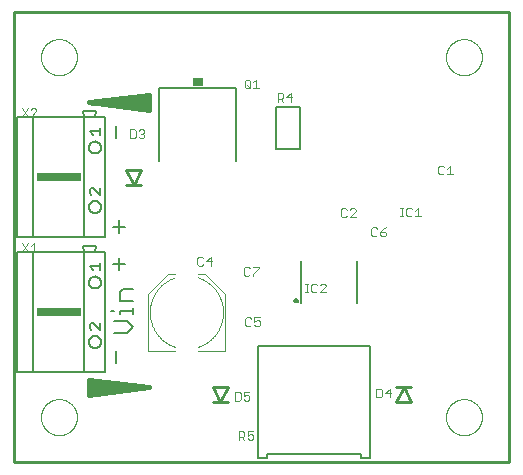
<source format=gto>
G75*
%MOIN*%
%OFA0B0*%
%FSLAX25Y25*%
%IPPOS*%
%LPD*%
%AMOC8*
5,1,8,0,0,1.08239X$1,22.5*
%
%ADD10C,0.01000*%
%ADD11C,0.00800*%
%ADD12C,0.01600*%
%ADD13C,0.00600*%
%ADD14C,0.00500*%
%ADD15R,0.15000X0.03000*%
%ADD16C,0.00400*%
%ADD17C,0.00300*%
%ADD18C,0.00984*%
%ADD19R,0.03400X0.03000*%
%ADD20C,0.00000*%
D10*
X0038933Y0017271D02*
X0038933Y0167232D01*
X0203884Y0167232D01*
X0203884Y0017271D01*
X0038933Y0017271D01*
D11*
X0072930Y0050171D02*
X0072930Y0054308D01*
X0072328Y0060171D02*
X0076465Y0060171D01*
X0078533Y0062240D01*
X0076465Y0064308D01*
X0072328Y0064308D01*
X0074396Y0066617D02*
X0074396Y0067651D01*
X0078533Y0067651D01*
X0078533Y0066617D02*
X0078533Y0068685D01*
X0078533Y0070914D02*
X0074396Y0070914D01*
X0074396Y0074016D01*
X0075430Y0075051D01*
X0078533Y0075051D01*
X0073902Y0081206D02*
X0073902Y0085342D01*
X0075970Y0083274D02*
X0071833Y0083274D01*
X0073902Y0093706D02*
X0073902Y0097842D01*
X0075970Y0095774D02*
X0071833Y0095774D01*
X0087283Y0117565D02*
X0087281Y0141952D01*
X0113085Y0141952D01*
X0113083Y0117565D01*
X0072930Y0125171D02*
X0072930Y0129308D01*
X0132418Y0071071D02*
X0132420Y0071118D01*
X0132426Y0071165D01*
X0132436Y0071212D01*
X0132449Y0071257D01*
X0132467Y0071301D01*
X0132488Y0071343D01*
X0132512Y0071384D01*
X0132540Y0071422D01*
X0132571Y0071458D01*
X0132605Y0071491D01*
X0132641Y0071521D01*
X0132680Y0071548D01*
X0132721Y0071572D01*
X0132764Y0071592D01*
X0132808Y0071608D01*
X0132854Y0071621D01*
X0132900Y0071630D01*
X0132948Y0071635D01*
X0132995Y0071636D01*
X0133042Y0071633D01*
X0133089Y0071626D01*
X0133135Y0071615D01*
X0133180Y0071601D01*
X0133224Y0071582D01*
X0133265Y0071560D01*
X0133305Y0071535D01*
X0133343Y0071506D01*
X0133378Y0071475D01*
X0133411Y0071440D01*
X0133440Y0071403D01*
X0133466Y0071364D01*
X0133489Y0071322D01*
X0133508Y0071279D01*
X0133524Y0071234D01*
X0133536Y0071188D01*
X0133544Y0071142D01*
X0133548Y0071095D01*
X0133548Y0071047D01*
X0133544Y0071000D01*
X0133536Y0070954D01*
X0133524Y0070908D01*
X0133508Y0070863D01*
X0133489Y0070820D01*
X0133466Y0070778D01*
X0133440Y0070739D01*
X0133411Y0070702D01*
X0133378Y0070667D01*
X0133343Y0070636D01*
X0133305Y0070607D01*
X0133266Y0070582D01*
X0133224Y0070560D01*
X0133180Y0070541D01*
X0133135Y0070527D01*
X0133089Y0070516D01*
X0133042Y0070509D01*
X0132995Y0070506D01*
X0132948Y0070507D01*
X0132900Y0070512D01*
X0132854Y0070521D01*
X0132808Y0070534D01*
X0132764Y0070550D01*
X0132721Y0070570D01*
X0132680Y0070594D01*
X0132641Y0070621D01*
X0132605Y0070651D01*
X0132571Y0070684D01*
X0132540Y0070720D01*
X0132512Y0070758D01*
X0132488Y0070799D01*
X0132467Y0070841D01*
X0132449Y0070885D01*
X0132436Y0070930D01*
X0132426Y0070977D01*
X0132420Y0071024D01*
X0132418Y0071071D01*
X0120173Y0056031D02*
X0120173Y0018512D01*
X0123185Y0018512D01*
X0123185Y0020086D01*
X0154681Y0020086D01*
X0154681Y0018512D01*
X0157693Y0018512D01*
X0157693Y0056031D01*
X0120173Y0056031D01*
X0072328Y0067651D02*
X0071294Y0067651D01*
D12*
X0066536Y0044446D02*
X0063933Y0044446D01*
X0063933Y0044771D02*
X0083933Y0042271D01*
X0063933Y0039771D01*
X0063933Y0044771D01*
X0063933Y0042848D02*
X0079324Y0042848D01*
X0075754Y0041249D02*
X0063933Y0041249D01*
X0077614Y0135561D02*
X0083933Y0135561D01*
X0083933Y0134771D02*
X0063933Y0137271D01*
X0083933Y0139771D01*
X0083933Y0134771D01*
X0083933Y0137160D02*
X0064826Y0137160D01*
X0075828Y0138758D02*
X0083933Y0138758D01*
D13*
X0069433Y0132271D02*
X0065933Y0132271D01*
X0062433Y0132271D01*
X0045433Y0132271D01*
X0045433Y0092271D01*
X0039933Y0092271D01*
X0039933Y0132271D01*
X0045433Y0132271D01*
X0061933Y0134271D02*
X0062433Y0132271D01*
X0062433Y0092271D01*
X0045433Y0092271D01*
X0045433Y0087271D02*
X0039933Y0087271D01*
X0039933Y0047271D01*
X0045433Y0047271D01*
X0045433Y0087271D01*
X0062433Y0087271D01*
X0062433Y0047271D01*
X0045433Y0047271D01*
X0062433Y0047271D02*
X0069433Y0047271D01*
X0069433Y0087271D01*
X0065933Y0087271D01*
X0062433Y0087271D01*
X0061933Y0089271D01*
X0066433Y0089271D01*
X0065933Y0087271D01*
X0069433Y0092271D02*
X0062433Y0092271D01*
X0069433Y0092271D02*
X0069433Y0132271D01*
X0065933Y0132271D02*
X0066433Y0134271D01*
X0061933Y0134271D01*
X0063933Y0122171D02*
X0063935Y0122260D01*
X0063941Y0122349D01*
X0063951Y0122438D01*
X0063965Y0122526D01*
X0063982Y0122613D01*
X0064004Y0122699D01*
X0064030Y0122785D01*
X0064059Y0122869D01*
X0064092Y0122952D01*
X0064128Y0123033D01*
X0064169Y0123113D01*
X0064212Y0123190D01*
X0064259Y0123266D01*
X0064310Y0123339D01*
X0064363Y0123410D01*
X0064420Y0123479D01*
X0064480Y0123545D01*
X0064543Y0123609D01*
X0064608Y0123669D01*
X0064676Y0123727D01*
X0064747Y0123781D01*
X0064820Y0123832D01*
X0064895Y0123880D01*
X0064972Y0123925D01*
X0065051Y0123966D01*
X0065132Y0124003D01*
X0065214Y0124037D01*
X0065298Y0124068D01*
X0065383Y0124094D01*
X0065469Y0124117D01*
X0065556Y0124135D01*
X0065644Y0124150D01*
X0065733Y0124161D01*
X0065822Y0124168D01*
X0065911Y0124171D01*
X0066000Y0124170D01*
X0066089Y0124165D01*
X0066177Y0124156D01*
X0066266Y0124143D01*
X0066353Y0124126D01*
X0066440Y0124106D01*
X0066526Y0124081D01*
X0066610Y0124053D01*
X0066693Y0124021D01*
X0066775Y0123985D01*
X0066855Y0123946D01*
X0066933Y0123903D01*
X0067009Y0123857D01*
X0067083Y0123807D01*
X0067155Y0123754D01*
X0067224Y0123698D01*
X0067291Y0123639D01*
X0067355Y0123577D01*
X0067416Y0123513D01*
X0067475Y0123445D01*
X0067530Y0123375D01*
X0067582Y0123303D01*
X0067631Y0123228D01*
X0067676Y0123152D01*
X0067718Y0123073D01*
X0067756Y0122993D01*
X0067791Y0122911D01*
X0067822Y0122827D01*
X0067850Y0122742D01*
X0067873Y0122656D01*
X0067893Y0122569D01*
X0067909Y0122482D01*
X0067921Y0122393D01*
X0067929Y0122305D01*
X0067933Y0122216D01*
X0067933Y0122126D01*
X0067929Y0122037D01*
X0067921Y0121949D01*
X0067909Y0121860D01*
X0067893Y0121773D01*
X0067873Y0121686D01*
X0067850Y0121600D01*
X0067822Y0121515D01*
X0067791Y0121431D01*
X0067756Y0121349D01*
X0067718Y0121269D01*
X0067676Y0121190D01*
X0067631Y0121114D01*
X0067582Y0121039D01*
X0067530Y0120967D01*
X0067475Y0120897D01*
X0067416Y0120829D01*
X0067355Y0120765D01*
X0067291Y0120703D01*
X0067224Y0120644D01*
X0067155Y0120588D01*
X0067083Y0120535D01*
X0067009Y0120485D01*
X0066933Y0120439D01*
X0066855Y0120396D01*
X0066775Y0120357D01*
X0066693Y0120321D01*
X0066610Y0120289D01*
X0066526Y0120261D01*
X0066440Y0120236D01*
X0066353Y0120216D01*
X0066266Y0120199D01*
X0066177Y0120186D01*
X0066089Y0120177D01*
X0066000Y0120172D01*
X0065911Y0120171D01*
X0065822Y0120174D01*
X0065733Y0120181D01*
X0065644Y0120192D01*
X0065556Y0120207D01*
X0065469Y0120225D01*
X0065383Y0120248D01*
X0065298Y0120274D01*
X0065214Y0120305D01*
X0065132Y0120339D01*
X0065051Y0120376D01*
X0064972Y0120417D01*
X0064895Y0120462D01*
X0064820Y0120510D01*
X0064747Y0120561D01*
X0064676Y0120615D01*
X0064608Y0120673D01*
X0064543Y0120733D01*
X0064480Y0120797D01*
X0064420Y0120863D01*
X0064363Y0120932D01*
X0064310Y0121003D01*
X0064259Y0121076D01*
X0064212Y0121152D01*
X0064169Y0121229D01*
X0064128Y0121309D01*
X0064092Y0121390D01*
X0064059Y0121473D01*
X0064030Y0121557D01*
X0064004Y0121643D01*
X0063982Y0121729D01*
X0063965Y0121816D01*
X0063951Y0121904D01*
X0063941Y0121993D01*
X0063935Y0122082D01*
X0063933Y0122171D01*
X0063933Y0102371D02*
X0063935Y0102460D01*
X0063941Y0102549D01*
X0063951Y0102638D01*
X0063965Y0102726D01*
X0063982Y0102813D01*
X0064004Y0102899D01*
X0064030Y0102985D01*
X0064059Y0103069D01*
X0064092Y0103152D01*
X0064128Y0103233D01*
X0064169Y0103313D01*
X0064212Y0103390D01*
X0064259Y0103466D01*
X0064310Y0103539D01*
X0064363Y0103610D01*
X0064420Y0103679D01*
X0064480Y0103745D01*
X0064543Y0103809D01*
X0064608Y0103869D01*
X0064676Y0103927D01*
X0064747Y0103981D01*
X0064820Y0104032D01*
X0064895Y0104080D01*
X0064972Y0104125D01*
X0065051Y0104166D01*
X0065132Y0104203D01*
X0065214Y0104237D01*
X0065298Y0104268D01*
X0065383Y0104294D01*
X0065469Y0104317D01*
X0065556Y0104335D01*
X0065644Y0104350D01*
X0065733Y0104361D01*
X0065822Y0104368D01*
X0065911Y0104371D01*
X0066000Y0104370D01*
X0066089Y0104365D01*
X0066177Y0104356D01*
X0066266Y0104343D01*
X0066353Y0104326D01*
X0066440Y0104306D01*
X0066526Y0104281D01*
X0066610Y0104253D01*
X0066693Y0104221D01*
X0066775Y0104185D01*
X0066855Y0104146D01*
X0066933Y0104103D01*
X0067009Y0104057D01*
X0067083Y0104007D01*
X0067155Y0103954D01*
X0067224Y0103898D01*
X0067291Y0103839D01*
X0067355Y0103777D01*
X0067416Y0103713D01*
X0067475Y0103645D01*
X0067530Y0103575D01*
X0067582Y0103503D01*
X0067631Y0103428D01*
X0067676Y0103352D01*
X0067718Y0103273D01*
X0067756Y0103193D01*
X0067791Y0103111D01*
X0067822Y0103027D01*
X0067850Y0102942D01*
X0067873Y0102856D01*
X0067893Y0102769D01*
X0067909Y0102682D01*
X0067921Y0102593D01*
X0067929Y0102505D01*
X0067933Y0102416D01*
X0067933Y0102326D01*
X0067929Y0102237D01*
X0067921Y0102149D01*
X0067909Y0102060D01*
X0067893Y0101973D01*
X0067873Y0101886D01*
X0067850Y0101800D01*
X0067822Y0101715D01*
X0067791Y0101631D01*
X0067756Y0101549D01*
X0067718Y0101469D01*
X0067676Y0101390D01*
X0067631Y0101314D01*
X0067582Y0101239D01*
X0067530Y0101167D01*
X0067475Y0101097D01*
X0067416Y0101029D01*
X0067355Y0100965D01*
X0067291Y0100903D01*
X0067224Y0100844D01*
X0067155Y0100788D01*
X0067083Y0100735D01*
X0067009Y0100685D01*
X0066933Y0100639D01*
X0066855Y0100596D01*
X0066775Y0100557D01*
X0066693Y0100521D01*
X0066610Y0100489D01*
X0066526Y0100461D01*
X0066440Y0100436D01*
X0066353Y0100416D01*
X0066266Y0100399D01*
X0066177Y0100386D01*
X0066089Y0100377D01*
X0066000Y0100372D01*
X0065911Y0100371D01*
X0065822Y0100374D01*
X0065733Y0100381D01*
X0065644Y0100392D01*
X0065556Y0100407D01*
X0065469Y0100425D01*
X0065383Y0100448D01*
X0065298Y0100474D01*
X0065214Y0100505D01*
X0065132Y0100539D01*
X0065051Y0100576D01*
X0064972Y0100617D01*
X0064895Y0100662D01*
X0064820Y0100710D01*
X0064747Y0100761D01*
X0064676Y0100815D01*
X0064608Y0100873D01*
X0064543Y0100933D01*
X0064480Y0100997D01*
X0064420Y0101063D01*
X0064363Y0101132D01*
X0064310Y0101203D01*
X0064259Y0101276D01*
X0064212Y0101352D01*
X0064169Y0101429D01*
X0064128Y0101509D01*
X0064092Y0101590D01*
X0064059Y0101673D01*
X0064030Y0101757D01*
X0064004Y0101843D01*
X0063982Y0101929D01*
X0063965Y0102016D01*
X0063951Y0102104D01*
X0063941Y0102193D01*
X0063935Y0102282D01*
X0063933Y0102371D01*
X0063933Y0077171D02*
X0063935Y0077260D01*
X0063941Y0077349D01*
X0063951Y0077438D01*
X0063965Y0077526D01*
X0063982Y0077613D01*
X0064004Y0077699D01*
X0064030Y0077785D01*
X0064059Y0077869D01*
X0064092Y0077952D01*
X0064128Y0078033D01*
X0064169Y0078113D01*
X0064212Y0078190D01*
X0064259Y0078266D01*
X0064310Y0078339D01*
X0064363Y0078410D01*
X0064420Y0078479D01*
X0064480Y0078545D01*
X0064543Y0078609D01*
X0064608Y0078669D01*
X0064676Y0078727D01*
X0064747Y0078781D01*
X0064820Y0078832D01*
X0064895Y0078880D01*
X0064972Y0078925D01*
X0065051Y0078966D01*
X0065132Y0079003D01*
X0065214Y0079037D01*
X0065298Y0079068D01*
X0065383Y0079094D01*
X0065469Y0079117D01*
X0065556Y0079135D01*
X0065644Y0079150D01*
X0065733Y0079161D01*
X0065822Y0079168D01*
X0065911Y0079171D01*
X0066000Y0079170D01*
X0066089Y0079165D01*
X0066177Y0079156D01*
X0066266Y0079143D01*
X0066353Y0079126D01*
X0066440Y0079106D01*
X0066526Y0079081D01*
X0066610Y0079053D01*
X0066693Y0079021D01*
X0066775Y0078985D01*
X0066855Y0078946D01*
X0066933Y0078903D01*
X0067009Y0078857D01*
X0067083Y0078807D01*
X0067155Y0078754D01*
X0067224Y0078698D01*
X0067291Y0078639D01*
X0067355Y0078577D01*
X0067416Y0078513D01*
X0067475Y0078445D01*
X0067530Y0078375D01*
X0067582Y0078303D01*
X0067631Y0078228D01*
X0067676Y0078152D01*
X0067718Y0078073D01*
X0067756Y0077993D01*
X0067791Y0077911D01*
X0067822Y0077827D01*
X0067850Y0077742D01*
X0067873Y0077656D01*
X0067893Y0077569D01*
X0067909Y0077482D01*
X0067921Y0077393D01*
X0067929Y0077305D01*
X0067933Y0077216D01*
X0067933Y0077126D01*
X0067929Y0077037D01*
X0067921Y0076949D01*
X0067909Y0076860D01*
X0067893Y0076773D01*
X0067873Y0076686D01*
X0067850Y0076600D01*
X0067822Y0076515D01*
X0067791Y0076431D01*
X0067756Y0076349D01*
X0067718Y0076269D01*
X0067676Y0076190D01*
X0067631Y0076114D01*
X0067582Y0076039D01*
X0067530Y0075967D01*
X0067475Y0075897D01*
X0067416Y0075829D01*
X0067355Y0075765D01*
X0067291Y0075703D01*
X0067224Y0075644D01*
X0067155Y0075588D01*
X0067083Y0075535D01*
X0067009Y0075485D01*
X0066933Y0075439D01*
X0066855Y0075396D01*
X0066775Y0075357D01*
X0066693Y0075321D01*
X0066610Y0075289D01*
X0066526Y0075261D01*
X0066440Y0075236D01*
X0066353Y0075216D01*
X0066266Y0075199D01*
X0066177Y0075186D01*
X0066089Y0075177D01*
X0066000Y0075172D01*
X0065911Y0075171D01*
X0065822Y0075174D01*
X0065733Y0075181D01*
X0065644Y0075192D01*
X0065556Y0075207D01*
X0065469Y0075225D01*
X0065383Y0075248D01*
X0065298Y0075274D01*
X0065214Y0075305D01*
X0065132Y0075339D01*
X0065051Y0075376D01*
X0064972Y0075417D01*
X0064895Y0075462D01*
X0064820Y0075510D01*
X0064747Y0075561D01*
X0064676Y0075615D01*
X0064608Y0075673D01*
X0064543Y0075733D01*
X0064480Y0075797D01*
X0064420Y0075863D01*
X0064363Y0075932D01*
X0064310Y0076003D01*
X0064259Y0076076D01*
X0064212Y0076152D01*
X0064169Y0076229D01*
X0064128Y0076309D01*
X0064092Y0076390D01*
X0064059Y0076473D01*
X0064030Y0076557D01*
X0064004Y0076643D01*
X0063982Y0076729D01*
X0063965Y0076816D01*
X0063951Y0076904D01*
X0063941Y0076993D01*
X0063935Y0077082D01*
X0063933Y0077171D01*
X0063933Y0057371D02*
X0063935Y0057460D01*
X0063941Y0057549D01*
X0063951Y0057638D01*
X0063965Y0057726D01*
X0063982Y0057813D01*
X0064004Y0057899D01*
X0064030Y0057985D01*
X0064059Y0058069D01*
X0064092Y0058152D01*
X0064128Y0058233D01*
X0064169Y0058313D01*
X0064212Y0058390D01*
X0064259Y0058466D01*
X0064310Y0058539D01*
X0064363Y0058610D01*
X0064420Y0058679D01*
X0064480Y0058745D01*
X0064543Y0058809D01*
X0064608Y0058869D01*
X0064676Y0058927D01*
X0064747Y0058981D01*
X0064820Y0059032D01*
X0064895Y0059080D01*
X0064972Y0059125D01*
X0065051Y0059166D01*
X0065132Y0059203D01*
X0065214Y0059237D01*
X0065298Y0059268D01*
X0065383Y0059294D01*
X0065469Y0059317D01*
X0065556Y0059335D01*
X0065644Y0059350D01*
X0065733Y0059361D01*
X0065822Y0059368D01*
X0065911Y0059371D01*
X0066000Y0059370D01*
X0066089Y0059365D01*
X0066177Y0059356D01*
X0066266Y0059343D01*
X0066353Y0059326D01*
X0066440Y0059306D01*
X0066526Y0059281D01*
X0066610Y0059253D01*
X0066693Y0059221D01*
X0066775Y0059185D01*
X0066855Y0059146D01*
X0066933Y0059103D01*
X0067009Y0059057D01*
X0067083Y0059007D01*
X0067155Y0058954D01*
X0067224Y0058898D01*
X0067291Y0058839D01*
X0067355Y0058777D01*
X0067416Y0058713D01*
X0067475Y0058645D01*
X0067530Y0058575D01*
X0067582Y0058503D01*
X0067631Y0058428D01*
X0067676Y0058352D01*
X0067718Y0058273D01*
X0067756Y0058193D01*
X0067791Y0058111D01*
X0067822Y0058027D01*
X0067850Y0057942D01*
X0067873Y0057856D01*
X0067893Y0057769D01*
X0067909Y0057682D01*
X0067921Y0057593D01*
X0067929Y0057505D01*
X0067933Y0057416D01*
X0067933Y0057326D01*
X0067929Y0057237D01*
X0067921Y0057149D01*
X0067909Y0057060D01*
X0067893Y0056973D01*
X0067873Y0056886D01*
X0067850Y0056800D01*
X0067822Y0056715D01*
X0067791Y0056631D01*
X0067756Y0056549D01*
X0067718Y0056469D01*
X0067676Y0056390D01*
X0067631Y0056314D01*
X0067582Y0056239D01*
X0067530Y0056167D01*
X0067475Y0056097D01*
X0067416Y0056029D01*
X0067355Y0055965D01*
X0067291Y0055903D01*
X0067224Y0055844D01*
X0067155Y0055788D01*
X0067083Y0055735D01*
X0067009Y0055685D01*
X0066933Y0055639D01*
X0066855Y0055596D01*
X0066775Y0055557D01*
X0066693Y0055521D01*
X0066610Y0055489D01*
X0066526Y0055461D01*
X0066440Y0055436D01*
X0066353Y0055416D01*
X0066266Y0055399D01*
X0066177Y0055386D01*
X0066089Y0055377D01*
X0066000Y0055372D01*
X0065911Y0055371D01*
X0065822Y0055374D01*
X0065733Y0055381D01*
X0065644Y0055392D01*
X0065556Y0055407D01*
X0065469Y0055425D01*
X0065383Y0055448D01*
X0065298Y0055474D01*
X0065214Y0055505D01*
X0065132Y0055539D01*
X0065051Y0055576D01*
X0064972Y0055617D01*
X0064895Y0055662D01*
X0064820Y0055710D01*
X0064747Y0055761D01*
X0064676Y0055815D01*
X0064608Y0055873D01*
X0064543Y0055933D01*
X0064480Y0055997D01*
X0064420Y0056063D01*
X0064363Y0056132D01*
X0064310Y0056203D01*
X0064259Y0056276D01*
X0064212Y0056352D01*
X0064169Y0056429D01*
X0064128Y0056509D01*
X0064092Y0056590D01*
X0064059Y0056673D01*
X0064030Y0056757D01*
X0064004Y0056843D01*
X0063982Y0056929D01*
X0063965Y0057016D01*
X0063951Y0057104D01*
X0063941Y0057193D01*
X0063935Y0057282D01*
X0063933Y0057371D01*
X0134634Y0070173D02*
X0134634Y0084370D01*
X0153232Y0084370D02*
X0153232Y0070173D01*
D14*
X0134183Y0121521D02*
X0126183Y0121521D01*
X0126183Y0135521D01*
X0134183Y0135521D01*
X0134183Y0121521D01*
X0067583Y0126430D02*
X0067583Y0128699D01*
X0067583Y0127565D02*
X0064180Y0127565D01*
X0065314Y0126430D01*
X0065314Y0108699D02*
X0064747Y0108699D01*
X0064180Y0108132D01*
X0064180Y0106997D01*
X0064747Y0106430D01*
X0065314Y0108699D02*
X0067583Y0106430D01*
X0067583Y0108699D01*
X0067583Y0083699D02*
X0067583Y0081430D01*
X0067583Y0082565D02*
X0064180Y0082565D01*
X0065314Y0081430D01*
X0065314Y0063699D02*
X0064747Y0063699D01*
X0064180Y0063132D01*
X0064180Y0061997D01*
X0064747Y0061430D01*
X0065314Y0063699D02*
X0067583Y0061430D01*
X0067583Y0063699D01*
D15*
X0053933Y0067271D03*
X0053933Y0112271D03*
D16*
X0046448Y0132471D02*
X0044580Y0132471D01*
X0046448Y0134340D01*
X0046448Y0134807D01*
X0045981Y0135274D01*
X0045047Y0135274D01*
X0044580Y0134807D01*
X0043501Y0135274D02*
X0041633Y0132471D01*
X0043501Y0132471D02*
X0041633Y0135274D01*
X0041633Y0090274D02*
X0043501Y0087471D01*
X0044580Y0087471D02*
X0046448Y0087471D01*
X0045514Y0087471D02*
X0045514Y0090274D01*
X0044580Y0089340D01*
X0043501Y0090274D02*
X0041633Y0087471D01*
X0083638Y0073374D02*
X0083638Y0054476D01*
X0092693Y0054476D01*
X0100173Y0054476D02*
X0109228Y0054476D01*
X0109228Y0073374D01*
X0102535Y0080067D01*
X0100173Y0080067D01*
X0092693Y0080067D02*
X0090331Y0080067D01*
X0083638Y0073374D01*
X0100173Y0078886D02*
X0100456Y0078791D01*
X0100737Y0078689D01*
X0101014Y0078580D01*
X0101290Y0078465D01*
X0101562Y0078343D01*
X0101831Y0078214D01*
X0102097Y0078079D01*
X0102359Y0077937D01*
X0102618Y0077789D01*
X0102874Y0077635D01*
X0103125Y0077474D01*
X0103373Y0077307D01*
X0103616Y0077135D01*
X0103855Y0076956D01*
X0104090Y0076772D01*
X0104320Y0076582D01*
X0104545Y0076386D01*
X0104765Y0076185D01*
X0104981Y0075979D01*
X0105191Y0075767D01*
X0105396Y0075551D01*
X0105596Y0075329D01*
X0105790Y0075102D01*
X0105979Y0074871D01*
X0106162Y0074636D01*
X0106339Y0074396D01*
X0106510Y0074151D01*
X0106675Y0073903D01*
X0106834Y0073650D01*
X0106987Y0073394D01*
X0107134Y0073134D01*
X0107274Y0072871D01*
X0107408Y0072604D01*
X0107535Y0072334D01*
X0107655Y0072061D01*
X0107769Y0071786D01*
X0107876Y0071507D01*
X0107976Y0071226D01*
X0108069Y0070943D01*
X0108156Y0070657D01*
X0108235Y0070369D01*
X0108307Y0070080D01*
X0108372Y0069789D01*
X0108430Y0069496D01*
X0108481Y0069202D01*
X0108525Y0068907D01*
X0108561Y0068611D01*
X0108590Y0068314D01*
X0108612Y0068016D01*
X0108627Y0067718D01*
X0108634Y0067420D01*
X0108634Y0067122D01*
X0108627Y0066824D01*
X0108612Y0066526D01*
X0108590Y0066228D01*
X0108561Y0065931D01*
X0108525Y0065635D01*
X0108481Y0065340D01*
X0108430Y0065046D01*
X0108372Y0064753D01*
X0108307Y0064462D01*
X0108235Y0064173D01*
X0108156Y0063885D01*
X0108069Y0063599D01*
X0107976Y0063316D01*
X0107876Y0063035D01*
X0107769Y0062756D01*
X0107655Y0062481D01*
X0107535Y0062208D01*
X0107408Y0061938D01*
X0107274Y0061671D01*
X0107134Y0061408D01*
X0106987Y0061148D01*
X0106834Y0060892D01*
X0106675Y0060639D01*
X0106510Y0060391D01*
X0106339Y0060146D01*
X0106162Y0059906D01*
X0105979Y0059671D01*
X0105790Y0059440D01*
X0105596Y0059213D01*
X0105396Y0058991D01*
X0105191Y0058775D01*
X0104981Y0058563D01*
X0104765Y0058357D01*
X0104545Y0058156D01*
X0104320Y0057960D01*
X0104090Y0057770D01*
X0103855Y0057586D01*
X0103616Y0057407D01*
X0103373Y0057235D01*
X0103125Y0057068D01*
X0102874Y0056907D01*
X0102618Y0056753D01*
X0102359Y0056605D01*
X0102097Y0056463D01*
X0101831Y0056328D01*
X0101562Y0056199D01*
X0101290Y0056077D01*
X0101014Y0055962D01*
X0100737Y0055853D01*
X0100456Y0055751D01*
X0100173Y0055656D01*
X0092693Y0055656D02*
X0092410Y0055751D01*
X0092129Y0055853D01*
X0091852Y0055962D01*
X0091576Y0056077D01*
X0091304Y0056199D01*
X0091035Y0056328D01*
X0090769Y0056463D01*
X0090507Y0056605D01*
X0090248Y0056753D01*
X0089992Y0056907D01*
X0089741Y0057068D01*
X0089493Y0057235D01*
X0089250Y0057407D01*
X0089011Y0057586D01*
X0088776Y0057770D01*
X0088546Y0057960D01*
X0088321Y0058156D01*
X0088101Y0058357D01*
X0087885Y0058563D01*
X0087675Y0058775D01*
X0087470Y0058991D01*
X0087270Y0059213D01*
X0087076Y0059440D01*
X0086887Y0059671D01*
X0086704Y0059906D01*
X0086527Y0060146D01*
X0086356Y0060391D01*
X0086191Y0060639D01*
X0086032Y0060892D01*
X0085879Y0061148D01*
X0085732Y0061408D01*
X0085592Y0061671D01*
X0085458Y0061938D01*
X0085331Y0062208D01*
X0085211Y0062481D01*
X0085097Y0062756D01*
X0084990Y0063035D01*
X0084890Y0063316D01*
X0084797Y0063599D01*
X0084710Y0063885D01*
X0084631Y0064173D01*
X0084559Y0064462D01*
X0084494Y0064753D01*
X0084436Y0065046D01*
X0084385Y0065340D01*
X0084341Y0065635D01*
X0084305Y0065931D01*
X0084276Y0066228D01*
X0084254Y0066526D01*
X0084239Y0066824D01*
X0084232Y0067122D01*
X0084232Y0067420D01*
X0084239Y0067718D01*
X0084254Y0068016D01*
X0084276Y0068314D01*
X0084305Y0068611D01*
X0084341Y0068907D01*
X0084385Y0069202D01*
X0084436Y0069496D01*
X0084494Y0069789D01*
X0084559Y0070080D01*
X0084631Y0070369D01*
X0084710Y0070657D01*
X0084797Y0070943D01*
X0084890Y0071226D01*
X0084990Y0071507D01*
X0085097Y0071786D01*
X0085211Y0072061D01*
X0085331Y0072334D01*
X0085458Y0072604D01*
X0085592Y0072871D01*
X0085732Y0073134D01*
X0085879Y0073394D01*
X0086032Y0073650D01*
X0086191Y0073903D01*
X0086356Y0074151D01*
X0086527Y0074396D01*
X0086704Y0074636D01*
X0086887Y0074871D01*
X0087076Y0075102D01*
X0087270Y0075329D01*
X0087470Y0075551D01*
X0087675Y0075767D01*
X0087885Y0075979D01*
X0088101Y0076185D01*
X0088321Y0076386D01*
X0088546Y0076582D01*
X0088776Y0076772D01*
X0089011Y0076956D01*
X0089250Y0077135D01*
X0089493Y0077307D01*
X0089741Y0077474D01*
X0089992Y0077635D01*
X0090248Y0077789D01*
X0090507Y0077937D01*
X0090769Y0078079D01*
X0091035Y0078214D01*
X0091304Y0078343D01*
X0091576Y0078465D01*
X0091852Y0078580D01*
X0092129Y0078689D01*
X0092410Y0078791D01*
X0092693Y0078886D01*
X0113883Y0027524D02*
X0115284Y0027524D01*
X0115751Y0027057D01*
X0115751Y0026123D01*
X0115284Y0025655D01*
X0113883Y0025655D01*
X0113883Y0024721D02*
X0113883Y0027524D01*
X0114817Y0025655D02*
X0115751Y0024721D01*
X0116830Y0025188D02*
X0117297Y0024721D01*
X0118231Y0024721D01*
X0118698Y0025188D01*
X0118698Y0026123D01*
X0118231Y0026590D01*
X0117764Y0026590D01*
X0116830Y0026123D01*
X0116830Y0027524D01*
X0118698Y0027524D01*
X0118755Y0141971D02*
X0120623Y0141971D01*
X0119689Y0141971D02*
X0119689Y0144774D01*
X0118755Y0143840D01*
X0117677Y0144307D02*
X0117677Y0142438D01*
X0117209Y0141971D01*
X0116275Y0141971D01*
X0115808Y0142438D01*
X0115808Y0144307D01*
X0116275Y0144774D01*
X0117209Y0144774D01*
X0117677Y0144307D01*
X0116742Y0142905D02*
X0117677Y0141971D01*
D17*
X0126833Y0140324D02*
X0126833Y0137421D01*
X0126833Y0138389D02*
X0128284Y0138389D01*
X0128768Y0138873D01*
X0128768Y0139840D01*
X0128284Y0140324D01*
X0126833Y0140324D01*
X0127801Y0138389D02*
X0128768Y0137421D01*
X0129780Y0138873D02*
X0131715Y0138873D01*
X0131231Y0140324D02*
X0131231Y0137421D01*
X0129780Y0138873D02*
X0131231Y0140324D01*
X0148424Y0101874D02*
X0147940Y0101390D01*
X0147940Y0099455D01*
X0148424Y0098971D01*
X0149391Y0098971D01*
X0149875Y0099455D01*
X0150887Y0098971D02*
X0152822Y0100906D01*
X0152822Y0101390D01*
X0152338Y0101874D01*
X0151370Y0101874D01*
X0150887Y0101390D01*
X0149875Y0101390D02*
X0149391Y0101874D01*
X0148424Y0101874D01*
X0150887Y0098971D02*
X0152822Y0098971D01*
X0158083Y0095090D02*
X0158083Y0093155D01*
X0158567Y0092671D01*
X0159534Y0092671D01*
X0160018Y0093155D01*
X0161030Y0093155D02*
X0161030Y0094123D01*
X0162481Y0094123D01*
X0162965Y0093639D01*
X0162965Y0093155D01*
X0162481Y0092671D01*
X0161513Y0092671D01*
X0161030Y0093155D01*
X0161030Y0094123D02*
X0161997Y0095090D01*
X0162965Y0095574D01*
X0160018Y0095090D02*
X0159534Y0095574D01*
X0158567Y0095574D01*
X0158083Y0095090D01*
X0167726Y0099221D02*
X0168693Y0099221D01*
X0168209Y0099221D02*
X0168209Y0102124D01*
X0167726Y0102124D02*
X0168693Y0102124D01*
X0169690Y0101640D02*
X0169690Y0099705D01*
X0170174Y0099221D01*
X0171141Y0099221D01*
X0171625Y0099705D01*
X0172637Y0099221D02*
X0174572Y0099221D01*
X0173604Y0099221D02*
X0173604Y0102124D01*
X0172637Y0101156D01*
X0171625Y0101640D02*
X0171141Y0102124D01*
X0170174Y0102124D01*
X0169690Y0101640D01*
X0180817Y0113171D02*
X0181784Y0113171D01*
X0182268Y0113655D01*
X0183280Y0113171D02*
X0185215Y0113171D01*
X0184247Y0113171D02*
X0184247Y0116074D01*
X0183280Y0115106D01*
X0182268Y0115590D02*
X0181784Y0116074D01*
X0180817Y0116074D01*
X0180333Y0115590D01*
X0180333Y0113655D01*
X0180817Y0113171D01*
X0142929Y0076340D02*
X0142445Y0076824D01*
X0141478Y0076824D01*
X0140994Y0076340D01*
X0139982Y0076340D02*
X0139499Y0076824D01*
X0138531Y0076824D01*
X0138047Y0076340D01*
X0138047Y0074405D01*
X0138531Y0073921D01*
X0139499Y0073921D01*
X0139982Y0074405D01*
X0140994Y0073921D02*
X0142929Y0075856D01*
X0142929Y0076340D01*
X0142929Y0073921D02*
X0140994Y0073921D01*
X0137051Y0073921D02*
X0136083Y0073921D01*
X0136567Y0073921D02*
X0136567Y0076824D01*
X0136083Y0076824D02*
X0137051Y0076824D01*
X0120465Y0081840D02*
X0118530Y0079905D01*
X0118530Y0079421D01*
X0117518Y0079905D02*
X0117034Y0079421D01*
X0116067Y0079421D01*
X0115583Y0079905D01*
X0115583Y0081840D01*
X0116067Y0082324D01*
X0117034Y0082324D01*
X0117518Y0081840D01*
X0118530Y0082324D02*
X0120465Y0082324D01*
X0120465Y0081840D01*
X0104961Y0084236D02*
X0103026Y0084236D01*
X0104478Y0085687D01*
X0104478Y0082784D01*
X0102015Y0083268D02*
X0101531Y0082784D01*
X0100564Y0082784D01*
X0100080Y0083268D01*
X0100080Y0085203D01*
X0100564Y0085687D01*
X0101531Y0085687D01*
X0102015Y0085203D01*
X0116567Y0065574D02*
X0116083Y0065090D01*
X0116083Y0063155D01*
X0116567Y0062671D01*
X0117534Y0062671D01*
X0118018Y0063155D01*
X0119030Y0063155D02*
X0119513Y0062671D01*
X0120481Y0062671D01*
X0120965Y0063155D01*
X0120965Y0064123D01*
X0120481Y0064606D01*
X0119997Y0064606D01*
X0119030Y0064123D01*
X0119030Y0065574D01*
X0120965Y0065574D01*
X0118018Y0065090D02*
X0117534Y0065574D01*
X0116567Y0065574D01*
X0117402Y0040687D02*
X0115467Y0040687D01*
X0115467Y0039236D01*
X0116435Y0039719D01*
X0116918Y0039719D01*
X0117402Y0039236D01*
X0117402Y0038268D01*
X0116918Y0037784D01*
X0115951Y0037784D01*
X0115467Y0038268D01*
X0114456Y0038268D02*
X0114456Y0040203D01*
X0113972Y0040687D01*
X0112521Y0040687D01*
X0112521Y0037784D01*
X0113972Y0037784D01*
X0114456Y0038268D01*
X0159752Y0038858D02*
X0161204Y0038858D01*
X0161687Y0039342D01*
X0161687Y0041277D01*
X0161204Y0041761D01*
X0159752Y0041761D01*
X0159752Y0038858D01*
X0162699Y0040310D02*
X0164150Y0041761D01*
X0164150Y0038858D01*
X0164634Y0040310D02*
X0162699Y0040310D01*
X0081918Y0125284D02*
X0080951Y0125284D01*
X0080467Y0125768D01*
X0079456Y0125768D02*
X0079456Y0127703D01*
X0078972Y0128187D01*
X0077521Y0128187D01*
X0077521Y0125284D01*
X0078972Y0125284D01*
X0079456Y0125768D01*
X0080467Y0127703D02*
X0080951Y0128187D01*
X0081918Y0128187D01*
X0082402Y0127703D01*
X0082402Y0127219D01*
X0081918Y0126736D01*
X0082402Y0126252D01*
X0082402Y0125768D01*
X0081918Y0125284D01*
X0081918Y0126736D02*
X0081435Y0126736D01*
D18*
X0081433Y0114771D02*
X0076433Y0114771D01*
X0078933Y0109771D01*
X0081433Y0114771D01*
X0081433Y0109771D02*
X0078933Y0109771D01*
X0076433Y0109771D01*
X0105183Y0042271D02*
X0107683Y0037271D01*
X0110183Y0042271D01*
X0105183Y0042271D01*
X0105183Y0037271D02*
X0107683Y0037271D01*
X0110183Y0037271D01*
X0166433Y0037271D02*
X0171433Y0037271D01*
X0168933Y0042271D01*
X0166433Y0037271D01*
X0166433Y0042271D02*
X0168933Y0042271D01*
X0171433Y0042271D01*
D19*
X0100183Y0143852D03*
D20*
X0047933Y0152271D02*
X0047935Y0152425D01*
X0047941Y0152580D01*
X0047951Y0152734D01*
X0047965Y0152888D01*
X0047983Y0153041D01*
X0048004Y0153194D01*
X0048030Y0153347D01*
X0048060Y0153498D01*
X0048093Y0153649D01*
X0048131Y0153799D01*
X0048172Y0153948D01*
X0048217Y0154096D01*
X0048266Y0154242D01*
X0048319Y0154388D01*
X0048375Y0154531D01*
X0048435Y0154674D01*
X0048499Y0154814D01*
X0048566Y0154954D01*
X0048637Y0155091D01*
X0048711Y0155226D01*
X0048789Y0155360D01*
X0048870Y0155491D01*
X0048955Y0155620D01*
X0049043Y0155748D01*
X0049134Y0155872D01*
X0049228Y0155995D01*
X0049326Y0156115D01*
X0049426Y0156232D01*
X0049530Y0156347D01*
X0049636Y0156459D01*
X0049745Y0156568D01*
X0049857Y0156674D01*
X0049972Y0156778D01*
X0050089Y0156878D01*
X0050209Y0156976D01*
X0050332Y0157070D01*
X0050456Y0157161D01*
X0050584Y0157249D01*
X0050713Y0157334D01*
X0050844Y0157415D01*
X0050978Y0157493D01*
X0051113Y0157567D01*
X0051250Y0157638D01*
X0051390Y0157705D01*
X0051530Y0157769D01*
X0051673Y0157829D01*
X0051816Y0157885D01*
X0051962Y0157938D01*
X0052108Y0157987D01*
X0052256Y0158032D01*
X0052405Y0158073D01*
X0052555Y0158111D01*
X0052706Y0158144D01*
X0052857Y0158174D01*
X0053010Y0158200D01*
X0053163Y0158221D01*
X0053316Y0158239D01*
X0053470Y0158253D01*
X0053624Y0158263D01*
X0053779Y0158269D01*
X0053933Y0158271D01*
X0054087Y0158269D01*
X0054242Y0158263D01*
X0054396Y0158253D01*
X0054550Y0158239D01*
X0054703Y0158221D01*
X0054856Y0158200D01*
X0055009Y0158174D01*
X0055160Y0158144D01*
X0055311Y0158111D01*
X0055461Y0158073D01*
X0055610Y0158032D01*
X0055758Y0157987D01*
X0055904Y0157938D01*
X0056050Y0157885D01*
X0056193Y0157829D01*
X0056336Y0157769D01*
X0056476Y0157705D01*
X0056616Y0157638D01*
X0056753Y0157567D01*
X0056888Y0157493D01*
X0057022Y0157415D01*
X0057153Y0157334D01*
X0057282Y0157249D01*
X0057410Y0157161D01*
X0057534Y0157070D01*
X0057657Y0156976D01*
X0057777Y0156878D01*
X0057894Y0156778D01*
X0058009Y0156674D01*
X0058121Y0156568D01*
X0058230Y0156459D01*
X0058336Y0156347D01*
X0058440Y0156232D01*
X0058540Y0156115D01*
X0058638Y0155995D01*
X0058732Y0155872D01*
X0058823Y0155748D01*
X0058911Y0155620D01*
X0058996Y0155491D01*
X0059077Y0155360D01*
X0059155Y0155226D01*
X0059229Y0155091D01*
X0059300Y0154954D01*
X0059367Y0154814D01*
X0059431Y0154674D01*
X0059491Y0154531D01*
X0059547Y0154388D01*
X0059600Y0154242D01*
X0059649Y0154096D01*
X0059694Y0153948D01*
X0059735Y0153799D01*
X0059773Y0153649D01*
X0059806Y0153498D01*
X0059836Y0153347D01*
X0059862Y0153194D01*
X0059883Y0153041D01*
X0059901Y0152888D01*
X0059915Y0152734D01*
X0059925Y0152580D01*
X0059931Y0152425D01*
X0059933Y0152271D01*
X0059931Y0152117D01*
X0059925Y0151962D01*
X0059915Y0151808D01*
X0059901Y0151654D01*
X0059883Y0151501D01*
X0059862Y0151348D01*
X0059836Y0151195D01*
X0059806Y0151044D01*
X0059773Y0150893D01*
X0059735Y0150743D01*
X0059694Y0150594D01*
X0059649Y0150446D01*
X0059600Y0150300D01*
X0059547Y0150154D01*
X0059491Y0150011D01*
X0059431Y0149868D01*
X0059367Y0149728D01*
X0059300Y0149588D01*
X0059229Y0149451D01*
X0059155Y0149316D01*
X0059077Y0149182D01*
X0058996Y0149051D01*
X0058911Y0148922D01*
X0058823Y0148794D01*
X0058732Y0148670D01*
X0058638Y0148547D01*
X0058540Y0148427D01*
X0058440Y0148310D01*
X0058336Y0148195D01*
X0058230Y0148083D01*
X0058121Y0147974D01*
X0058009Y0147868D01*
X0057894Y0147764D01*
X0057777Y0147664D01*
X0057657Y0147566D01*
X0057534Y0147472D01*
X0057410Y0147381D01*
X0057282Y0147293D01*
X0057153Y0147208D01*
X0057022Y0147127D01*
X0056888Y0147049D01*
X0056753Y0146975D01*
X0056616Y0146904D01*
X0056476Y0146837D01*
X0056336Y0146773D01*
X0056193Y0146713D01*
X0056050Y0146657D01*
X0055904Y0146604D01*
X0055758Y0146555D01*
X0055610Y0146510D01*
X0055461Y0146469D01*
X0055311Y0146431D01*
X0055160Y0146398D01*
X0055009Y0146368D01*
X0054856Y0146342D01*
X0054703Y0146321D01*
X0054550Y0146303D01*
X0054396Y0146289D01*
X0054242Y0146279D01*
X0054087Y0146273D01*
X0053933Y0146271D01*
X0053779Y0146273D01*
X0053624Y0146279D01*
X0053470Y0146289D01*
X0053316Y0146303D01*
X0053163Y0146321D01*
X0053010Y0146342D01*
X0052857Y0146368D01*
X0052706Y0146398D01*
X0052555Y0146431D01*
X0052405Y0146469D01*
X0052256Y0146510D01*
X0052108Y0146555D01*
X0051962Y0146604D01*
X0051816Y0146657D01*
X0051673Y0146713D01*
X0051530Y0146773D01*
X0051390Y0146837D01*
X0051250Y0146904D01*
X0051113Y0146975D01*
X0050978Y0147049D01*
X0050844Y0147127D01*
X0050713Y0147208D01*
X0050584Y0147293D01*
X0050456Y0147381D01*
X0050332Y0147472D01*
X0050209Y0147566D01*
X0050089Y0147664D01*
X0049972Y0147764D01*
X0049857Y0147868D01*
X0049745Y0147974D01*
X0049636Y0148083D01*
X0049530Y0148195D01*
X0049426Y0148310D01*
X0049326Y0148427D01*
X0049228Y0148547D01*
X0049134Y0148670D01*
X0049043Y0148794D01*
X0048955Y0148922D01*
X0048870Y0149051D01*
X0048789Y0149182D01*
X0048711Y0149316D01*
X0048637Y0149451D01*
X0048566Y0149588D01*
X0048499Y0149728D01*
X0048435Y0149868D01*
X0048375Y0150011D01*
X0048319Y0150154D01*
X0048266Y0150300D01*
X0048217Y0150446D01*
X0048172Y0150594D01*
X0048131Y0150743D01*
X0048093Y0150893D01*
X0048060Y0151044D01*
X0048030Y0151195D01*
X0048004Y0151348D01*
X0047983Y0151501D01*
X0047965Y0151654D01*
X0047951Y0151808D01*
X0047941Y0151962D01*
X0047935Y0152117D01*
X0047933Y0152271D01*
X0047933Y0032271D02*
X0047935Y0032425D01*
X0047941Y0032580D01*
X0047951Y0032734D01*
X0047965Y0032888D01*
X0047983Y0033041D01*
X0048004Y0033194D01*
X0048030Y0033347D01*
X0048060Y0033498D01*
X0048093Y0033649D01*
X0048131Y0033799D01*
X0048172Y0033948D01*
X0048217Y0034096D01*
X0048266Y0034242D01*
X0048319Y0034388D01*
X0048375Y0034531D01*
X0048435Y0034674D01*
X0048499Y0034814D01*
X0048566Y0034954D01*
X0048637Y0035091D01*
X0048711Y0035226D01*
X0048789Y0035360D01*
X0048870Y0035491D01*
X0048955Y0035620D01*
X0049043Y0035748D01*
X0049134Y0035872D01*
X0049228Y0035995D01*
X0049326Y0036115D01*
X0049426Y0036232D01*
X0049530Y0036347D01*
X0049636Y0036459D01*
X0049745Y0036568D01*
X0049857Y0036674D01*
X0049972Y0036778D01*
X0050089Y0036878D01*
X0050209Y0036976D01*
X0050332Y0037070D01*
X0050456Y0037161D01*
X0050584Y0037249D01*
X0050713Y0037334D01*
X0050844Y0037415D01*
X0050978Y0037493D01*
X0051113Y0037567D01*
X0051250Y0037638D01*
X0051390Y0037705D01*
X0051530Y0037769D01*
X0051673Y0037829D01*
X0051816Y0037885D01*
X0051962Y0037938D01*
X0052108Y0037987D01*
X0052256Y0038032D01*
X0052405Y0038073D01*
X0052555Y0038111D01*
X0052706Y0038144D01*
X0052857Y0038174D01*
X0053010Y0038200D01*
X0053163Y0038221D01*
X0053316Y0038239D01*
X0053470Y0038253D01*
X0053624Y0038263D01*
X0053779Y0038269D01*
X0053933Y0038271D01*
X0054087Y0038269D01*
X0054242Y0038263D01*
X0054396Y0038253D01*
X0054550Y0038239D01*
X0054703Y0038221D01*
X0054856Y0038200D01*
X0055009Y0038174D01*
X0055160Y0038144D01*
X0055311Y0038111D01*
X0055461Y0038073D01*
X0055610Y0038032D01*
X0055758Y0037987D01*
X0055904Y0037938D01*
X0056050Y0037885D01*
X0056193Y0037829D01*
X0056336Y0037769D01*
X0056476Y0037705D01*
X0056616Y0037638D01*
X0056753Y0037567D01*
X0056888Y0037493D01*
X0057022Y0037415D01*
X0057153Y0037334D01*
X0057282Y0037249D01*
X0057410Y0037161D01*
X0057534Y0037070D01*
X0057657Y0036976D01*
X0057777Y0036878D01*
X0057894Y0036778D01*
X0058009Y0036674D01*
X0058121Y0036568D01*
X0058230Y0036459D01*
X0058336Y0036347D01*
X0058440Y0036232D01*
X0058540Y0036115D01*
X0058638Y0035995D01*
X0058732Y0035872D01*
X0058823Y0035748D01*
X0058911Y0035620D01*
X0058996Y0035491D01*
X0059077Y0035360D01*
X0059155Y0035226D01*
X0059229Y0035091D01*
X0059300Y0034954D01*
X0059367Y0034814D01*
X0059431Y0034674D01*
X0059491Y0034531D01*
X0059547Y0034388D01*
X0059600Y0034242D01*
X0059649Y0034096D01*
X0059694Y0033948D01*
X0059735Y0033799D01*
X0059773Y0033649D01*
X0059806Y0033498D01*
X0059836Y0033347D01*
X0059862Y0033194D01*
X0059883Y0033041D01*
X0059901Y0032888D01*
X0059915Y0032734D01*
X0059925Y0032580D01*
X0059931Y0032425D01*
X0059933Y0032271D01*
X0059931Y0032117D01*
X0059925Y0031962D01*
X0059915Y0031808D01*
X0059901Y0031654D01*
X0059883Y0031501D01*
X0059862Y0031348D01*
X0059836Y0031195D01*
X0059806Y0031044D01*
X0059773Y0030893D01*
X0059735Y0030743D01*
X0059694Y0030594D01*
X0059649Y0030446D01*
X0059600Y0030300D01*
X0059547Y0030154D01*
X0059491Y0030011D01*
X0059431Y0029868D01*
X0059367Y0029728D01*
X0059300Y0029588D01*
X0059229Y0029451D01*
X0059155Y0029316D01*
X0059077Y0029182D01*
X0058996Y0029051D01*
X0058911Y0028922D01*
X0058823Y0028794D01*
X0058732Y0028670D01*
X0058638Y0028547D01*
X0058540Y0028427D01*
X0058440Y0028310D01*
X0058336Y0028195D01*
X0058230Y0028083D01*
X0058121Y0027974D01*
X0058009Y0027868D01*
X0057894Y0027764D01*
X0057777Y0027664D01*
X0057657Y0027566D01*
X0057534Y0027472D01*
X0057410Y0027381D01*
X0057282Y0027293D01*
X0057153Y0027208D01*
X0057022Y0027127D01*
X0056888Y0027049D01*
X0056753Y0026975D01*
X0056616Y0026904D01*
X0056476Y0026837D01*
X0056336Y0026773D01*
X0056193Y0026713D01*
X0056050Y0026657D01*
X0055904Y0026604D01*
X0055758Y0026555D01*
X0055610Y0026510D01*
X0055461Y0026469D01*
X0055311Y0026431D01*
X0055160Y0026398D01*
X0055009Y0026368D01*
X0054856Y0026342D01*
X0054703Y0026321D01*
X0054550Y0026303D01*
X0054396Y0026289D01*
X0054242Y0026279D01*
X0054087Y0026273D01*
X0053933Y0026271D01*
X0053779Y0026273D01*
X0053624Y0026279D01*
X0053470Y0026289D01*
X0053316Y0026303D01*
X0053163Y0026321D01*
X0053010Y0026342D01*
X0052857Y0026368D01*
X0052706Y0026398D01*
X0052555Y0026431D01*
X0052405Y0026469D01*
X0052256Y0026510D01*
X0052108Y0026555D01*
X0051962Y0026604D01*
X0051816Y0026657D01*
X0051673Y0026713D01*
X0051530Y0026773D01*
X0051390Y0026837D01*
X0051250Y0026904D01*
X0051113Y0026975D01*
X0050978Y0027049D01*
X0050844Y0027127D01*
X0050713Y0027208D01*
X0050584Y0027293D01*
X0050456Y0027381D01*
X0050332Y0027472D01*
X0050209Y0027566D01*
X0050089Y0027664D01*
X0049972Y0027764D01*
X0049857Y0027868D01*
X0049745Y0027974D01*
X0049636Y0028083D01*
X0049530Y0028195D01*
X0049426Y0028310D01*
X0049326Y0028427D01*
X0049228Y0028547D01*
X0049134Y0028670D01*
X0049043Y0028794D01*
X0048955Y0028922D01*
X0048870Y0029051D01*
X0048789Y0029182D01*
X0048711Y0029316D01*
X0048637Y0029451D01*
X0048566Y0029588D01*
X0048499Y0029728D01*
X0048435Y0029868D01*
X0048375Y0030011D01*
X0048319Y0030154D01*
X0048266Y0030300D01*
X0048217Y0030446D01*
X0048172Y0030594D01*
X0048131Y0030743D01*
X0048093Y0030893D01*
X0048060Y0031044D01*
X0048030Y0031195D01*
X0048004Y0031348D01*
X0047983Y0031501D01*
X0047965Y0031654D01*
X0047951Y0031808D01*
X0047941Y0031962D01*
X0047935Y0032117D01*
X0047933Y0032271D01*
X0182933Y0032271D02*
X0182935Y0032425D01*
X0182941Y0032580D01*
X0182951Y0032734D01*
X0182965Y0032888D01*
X0182983Y0033041D01*
X0183004Y0033194D01*
X0183030Y0033347D01*
X0183060Y0033498D01*
X0183093Y0033649D01*
X0183131Y0033799D01*
X0183172Y0033948D01*
X0183217Y0034096D01*
X0183266Y0034242D01*
X0183319Y0034388D01*
X0183375Y0034531D01*
X0183435Y0034674D01*
X0183499Y0034814D01*
X0183566Y0034954D01*
X0183637Y0035091D01*
X0183711Y0035226D01*
X0183789Y0035360D01*
X0183870Y0035491D01*
X0183955Y0035620D01*
X0184043Y0035748D01*
X0184134Y0035872D01*
X0184228Y0035995D01*
X0184326Y0036115D01*
X0184426Y0036232D01*
X0184530Y0036347D01*
X0184636Y0036459D01*
X0184745Y0036568D01*
X0184857Y0036674D01*
X0184972Y0036778D01*
X0185089Y0036878D01*
X0185209Y0036976D01*
X0185332Y0037070D01*
X0185456Y0037161D01*
X0185584Y0037249D01*
X0185713Y0037334D01*
X0185844Y0037415D01*
X0185978Y0037493D01*
X0186113Y0037567D01*
X0186250Y0037638D01*
X0186390Y0037705D01*
X0186530Y0037769D01*
X0186673Y0037829D01*
X0186816Y0037885D01*
X0186962Y0037938D01*
X0187108Y0037987D01*
X0187256Y0038032D01*
X0187405Y0038073D01*
X0187555Y0038111D01*
X0187706Y0038144D01*
X0187857Y0038174D01*
X0188010Y0038200D01*
X0188163Y0038221D01*
X0188316Y0038239D01*
X0188470Y0038253D01*
X0188624Y0038263D01*
X0188779Y0038269D01*
X0188933Y0038271D01*
X0189087Y0038269D01*
X0189242Y0038263D01*
X0189396Y0038253D01*
X0189550Y0038239D01*
X0189703Y0038221D01*
X0189856Y0038200D01*
X0190009Y0038174D01*
X0190160Y0038144D01*
X0190311Y0038111D01*
X0190461Y0038073D01*
X0190610Y0038032D01*
X0190758Y0037987D01*
X0190904Y0037938D01*
X0191050Y0037885D01*
X0191193Y0037829D01*
X0191336Y0037769D01*
X0191476Y0037705D01*
X0191616Y0037638D01*
X0191753Y0037567D01*
X0191888Y0037493D01*
X0192022Y0037415D01*
X0192153Y0037334D01*
X0192282Y0037249D01*
X0192410Y0037161D01*
X0192534Y0037070D01*
X0192657Y0036976D01*
X0192777Y0036878D01*
X0192894Y0036778D01*
X0193009Y0036674D01*
X0193121Y0036568D01*
X0193230Y0036459D01*
X0193336Y0036347D01*
X0193440Y0036232D01*
X0193540Y0036115D01*
X0193638Y0035995D01*
X0193732Y0035872D01*
X0193823Y0035748D01*
X0193911Y0035620D01*
X0193996Y0035491D01*
X0194077Y0035360D01*
X0194155Y0035226D01*
X0194229Y0035091D01*
X0194300Y0034954D01*
X0194367Y0034814D01*
X0194431Y0034674D01*
X0194491Y0034531D01*
X0194547Y0034388D01*
X0194600Y0034242D01*
X0194649Y0034096D01*
X0194694Y0033948D01*
X0194735Y0033799D01*
X0194773Y0033649D01*
X0194806Y0033498D01*
X0194836Y0033347D01*
X0194862Y0033194D01*
X0194883Y0033041D01*
X0194901Y0032888D01*
X0194915Y0032734D01*
X0194925Y0032580D01*
X0194931Y0032425D01*
X0194933Y0032271D01*
X0194931Y0032117D01*
X0194925Y0031962D01*
X0194915Y0031808D01*
X0194901Y0031654D01*
X0194883Y0031501D01*
X0194862Y0031348D01*
X0194836Y0031195D01*
X0194806Y0031044D01*
X0194773Y0030893D01*
X0194735Y0030743D01*
X0194694Y0030594D01*
X0194649Y0030446D01*
X0194600Y0030300D01*
X0194547Y0030154D01*
X0194491Y0030011D01*
X0194431Y0029868D01*
X0194367Y0029728D01*
X0194300Y0029588D01*
X0194229Y0029451D01*
X0194155Y0029316D01*
X0194077Y0029182D01*
X0193996Y0029051D01*
X0193911Y0028922D01*
X0193823Y0028794D01*
X0193732Y0028670D01*
X0193638Y0028547D01*
X0193540Y0028427D01*
X0193440Y0028310D01*
X0193336Y0028195D01*
X0193230Y0028083D01*
X0193121Y0027974D01*
X0193009Y0027868D01*
X0192894Y0027764D01*
X0192777Y0027664D01*
X0192657Y0027566D01*
X0192534Y0027472D01*
X0192410Y0027381D01*
X0192282Y0027293D01*
X0192153Y0027208D01*
X0192022Y0027127D01*
X0191888Y0027049D01*
X0191753Y0026975D01*
X0191616Y0026904D01*
X0191476Y0026837D01*
X0191336Y0026773D01*
X0191193Y0026713D01*
X0191050Y0026657D01*
X0190904Y0026604D01*
X0190758Y0026555D01*
X0190610Y0026510D01*
X0190461Y0026469D01*
X0190311Y0026431D01*
X0190160Y0026398D01*
X0190009Y0026368D01*
X0189856Y0026342D01*
X0189703Y0026321D01*
X0189550Y0026303D01*
X0189396Y0026289D01*
X0189242Y0026279D01*
X0189087Y0026273D01*
X0188933Y0026271D01*
X0188779Y0026273D01*
X0188624Y0026279D01*
X0188470Y0026289D01*
X0188316Y0026303D01*
X0188163Y0026321D01*
X0188010Y0026342D01*
X0187857Y0026368D01*
X0187706Y0026398D01*
X0187555Y0026431D01*
X0187405Y0026469D01*
X0187256Y0026510D01*
X0187108Y0026555D01*
X0186962Y0026604D01*
X0186816Y0026657D01*
X0186673Y0026713D01*
X0186530Y0026773D01*
X0186390Y0026837D01*
X0186250Y0026904D01*
X0186113Y0026975D01*
X0185978Y0027049D01*
X0185844Y0027127D01*
X0185713Y0027208D01*
X0185584Y0027293D01*
X0185456Y0027381D01*
X0185332Y0027472D01*
X0185209Y0027566D01*
X0185089Y0027664D01*
X0184972Y0027764D01*
X0184857Y0027868D01*
X0184745Y0027974D01*
X0184636Y0028083D01*
X0184530Y0028195D01*
X0184426Y0028310D01*
X0184326Y0028427D01*
X0184228Y0028547D01*
X0184134Y0028670D01*
X0184043Y0028794D01*
X0183955Y0028922D01*
X0183870Y0029051D01*
X0183789Y0029182D01*
X0183711Y0029316D01*
X0183637Y0029451D01*
X0183566Y0029588D01*
X0183499Y0029728D01*
X0183435Y0029868D01*
X0183375Y0030011D01*
X0183319Y0030154D01*
X0183266Y0030300D01*
X0183217Y0030446D01*
X0183172Y0030594D01*
X0183131Y0030743D01*
X0183093Y0030893D01*
X0183060Y0031044D01*
X0183030Y0031195D01*
X0183004Y0031348D01*
X0182983Y0031501D01*
X0182965Y0031654D01*
X0182951Y0031808D01*
X0182941Y0031962D01*
X0182935Y0032117D01*
X0182933Y0032271D01*
X0182933Y0152271D02*
X0182935Y0152425D01*
X0182941Y0152580D01*
X0182951Y0152734D01*
X0182965Y0152888D01*
X0182983Y0153041D01*
X0183004Y0153194D01*
X0183030Y0153347D01*
X0183060Y0153498D01*
X0183093Y0153649D01*
X0183131Y0153799D01*
X0183172Y0153948D01*
X0183217Y0154096D01*
X0183266Y0154242D01*
X0183319Y0154388D01*
X0183375Y0154531D01*
X0183435Y0154674D01*
X0183499Y0154814D01*
X0183566Y0154954D01*
X0183637Y0155091D01*
X0183711Y0155226D01*
X0183789Y0155360D01*
X0183870Y0155491D01*
X0183955Y0155620D01*
X0184043Y0155748D01*
X0184134Y0155872D01*
X0184228Y0155995D01*
X0184326Y0156115D01*
X0184426Y0156232D01*
X0184530Y0156347D01*
X0184636Y0156459D01*
X0184745Y0156568D01*
X0184857Y0156674D01*
X0184972Y0156778D01*
X0185089Y0156878D01*
X0185209Y0156976D01*
X0185332Y0157070D01*
X0185456Y0157161D01*
X0185584Y0157249D01*
X0185713Y0157334D01*
X0185844Y0157415D01*
X0185978Y0157493D01*
X0186113Y0157567D01*
X0186250Y0157638D01*
X0186390Y0157705D01*
X0186530Y0157769D01*
X0186673Y0157829D01*
X0186816Y0157885D01*
X0186962Y0157938D01*
X0187108Y0157987D01*
X0187256Y0158032D01*
X0187405Y0158073D01*
X0187555Y0158111D01*
X0187706Y0158144D01*
X0187857Y0158174D01*
X0188010Y0158200D01*
X0188163Y0158221D01*
X0188316Y0158239D01*
X0188470Y0158253D01*
X0188624Y0158263D01*
X0188779Y0158269D01*
X0188933Y0158271D01*
X0189087Y0158269D01*
X0189242Y0158263D01*
X0189396Y0158253D01*
X0189550Y0158239D01*
X0189703Y0158221D01*
X0189856Y0158200D01*
X0190009Y0158174D01*
X0190160Y0158144D01*
X0190311Y0158111D01*
X0190461Y0158073D01*
X0190610Y0158032D01*
X0190758Y0157987D01*
X0190904Y0157938D01*
X0191050Y0157885D01*
X0191193Y0157829D01*
X0191336Y0157769D01*
X0191476Y0157705D01*
X0191616Y0157638D01*
X0191753Y0157567D01*
X0191888Y0157493D01*
X0192022Y0157415D01*
X0192153Y0157334D01*
X0192282Y0157249D01*
X0192410Y0157161D01*
X0192534Y0157070D01*
X0192657Y0156976D01*
X0192777Y0156878D01*
X0192894Y0156778D01*
X0193009Y0156674D01*
X0193121Y0156568D01*
X0193230Y0156459D01*
X0193336Y0156347D01*
X0193440Y0156232D01*
X0193540Y0156115D01*
X0193638Y0155995D01*
X0193732Y0155872D01*
X0193823Y0155748D01*
X0193911Y0155620D01*
X0193996Y0155491D01*
X0194077Y0155360D01*
X0194155Y0155226D01*
X0194229Y0155091D01*
X0194300Y0154954D01*
X0194367Y0154814D01*
X0194431Y0154674D01*
X0194491Y0154531D01*
X0194547Y0154388D01*
X0194600Y0154242D01*
X0194649Y0154096D01*
X0194694Y0153948D01*
X0194735Y0153799D01*
X0194773Y0153649D01*
X0194806Y0153498D01*
X0194836Y0153347D01*
X0194862Y0153194D01*
X0194883Y0153041D01*
X0194901Y0152888D01*
X0194915Y0152734D01*
X0194925Y0152580D01*
X0194931Y0152425D01*
X0194933Y0152271D01*
X0194931Y0152117D01*
X0194925Y0151962D01*
X0194915Y0151808D01*
X0194901Y0151654D01*
X0194883Y0151501D01*
X0194862Y0151348D01*
X0194836Y0151195D01*
X0194806Y0151044D01*
X0194773Y0150893D01*
X0194735Y0150743D01*
X0194694Y0150594D01*
X0194649Y0150446D01*
X0194600Y0150300D01*
X0194547Y0150154D01*
X0194491Y0150011D01*
X0194431Y0149868D01*
X0194367Y0149728D01*
X0194300Y0149588D01*
X0194229Y0149451D01*
X0194155Y0149316D01*
X0194077Y0149182D01*
X0193996Y0149051D01*
X0193911Y0148922D01*
X0193823Y0148794D01*
X0193732Y0148670D01*
X0193638Y0148547D01*
X0193540Y0148427D01*
X0193440Y0148310D01*
X0193336Y0148195D01*
X0193230Y0148083D01*
X0193121Y0147974D01*
X0193009Y0147868D01*
X0192894Y0147764D01*
X0192777Y0147664D01*
X0192657Y0147566D01*
X0192534Y0147472D01*
X0192410Y0147381D01*
X0192282Y0147293D01*
X0192153Y0147208D01*
X0192022Y0147127D01*
X0191888Y0147049D01*
X0191753Y0146975D01*
X0191616Y0146904D01*
X0191476Y0146837D01*
X0191336Y0146773D01*
X0191193Y0146713D01*
X0191050Y0146657D01*
X0190904Y0146604D01*
X0190758Y0146555D01*
X0190610Y0146510D01*
X0190461Y0146469D01*
X0190311Y0146431D01*
X0190160Y0146398D01*
X0190009Y0146368D01*
X0189856Y0146342D01*
X0189703Y0146321D01*
X0189550Y0146303D01*
X0189396Y0146289D01*
X0189242Y0146279D01*
X0189087Y0146273D01*
X0188933Y0146271D01*
X0188779Y0146273D01*
X0188624Y0146279D01*
X0188470Y0146289D01*
X0188316Y0146303D01*
X0188163Y0146321D01*
X0188010Y0146342D01*
X0187857Y0146368D01*
X0187706Y0146398D01*
X0187555Y0146431D01*
X0187405Y0146469D01*
X0187256Y0146510D01*
X0187108Y0146555D01*
X0186962Y0146604D01*
X0186816Y0146657D01*
X0186673Y0146713D01*
X0186530Y0146773D01*
X0186390Y0146837D01*
X0186250Y0146904D01*
X0186113Y0146975D01*
X0185978Y0147049D01*
X0185844Y0147127D01*
X0185713Y0147208D01*
X0185584Y0147293D01*
X0185456Y0147381D01*
X0185332Y0147472D01*
X0185209Y0147566D01*
X0185089Y0147664D01*
X0184972Y0147764D01*
X0184857Y0147868D01*
X0184745Y0147974D01*
X0184636Y0148083D01*
X0184530Y0148195D01*
X0184426Y0148310D01*
X0184326Y0148427D01*
X0184228Y0148547D01*
X0184134Y0148670D01*
X0184043Y0148794D01*
X0183955Y0148922D01*
X0183870Y0149051D01*
X0183789Y0149182D01*
X0183711Y0149316D01*
X0183637Y0149451D01*
X0183566Y0149588D01*
X0183499Y0149728D01*
X0183435Y0149868D01*
X0183375Y0150011D01*
X0183319Y0150154D01*
X0183266Y0150300D01*
X0183217Y0150446D01*
X0183172Y0150594D01*
X0183131Y0150743D01*
X0183093Y0150893D01*
X0183060Y0151044D01*
X0183030Y0151195D01*
X0183004Y0151348D01*
X0182983Y0151501D01*
X0182965Y0151654D01*
X0182951Y0151808D01*
X0182941Y0151962D01*
X0182935Y0152117D01*
X0182933Y0152271D01*
M02*

</source>
